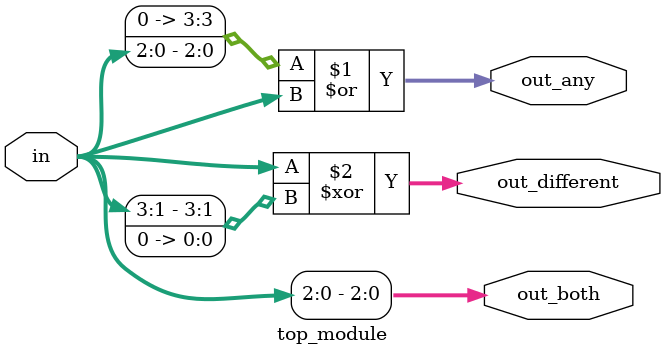
<source format=sv>
module top_module (
    input [3:0] in,
    output [2:0] out_both,
    output [3:0] out_any,
    output [3:0] out_different
);

assign out_both = in[2:0];
assign out_any = {1'b0, in[2:0]} | in;
assign out_different = in ^ {in[3:1], 1'b0};

endmodule

</source>
